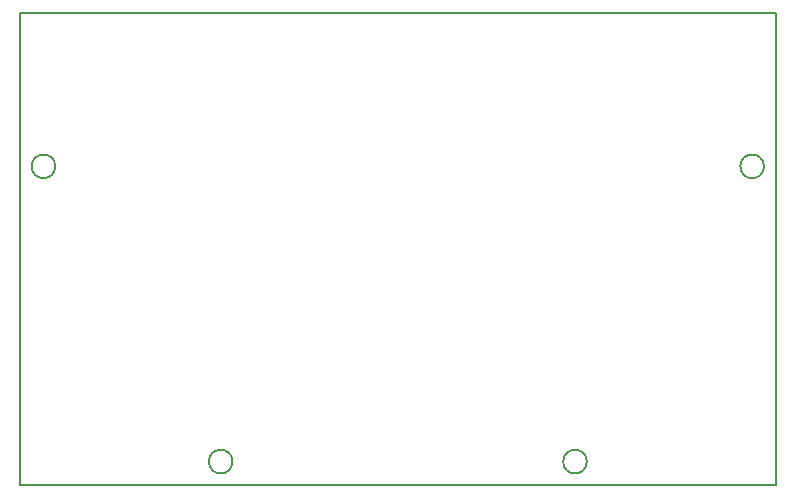
<source format=gbr>
%TF.GenerationSoftware,KiCad,Pcbnew,8.0.3*%
%TF.CreationDate,2024-07-02T20:09:31+01:00*%
%TF.ProjectId,Tims_I2C_Dual_Motor_Driver,54696d73-5f49-4324-935f-4475616c5f4d,rev?*%
%TF.SameCoordinates,Original*%
%TF.FileFunction,Profile,NP*%
%FSLAX46Y46*%
G04 Gerber Fmt 4.6, Leading zero omitted, Abs format (unit mm)*
G04 Created by KiCad (PCBNEW 8.0.3) date 2024-07-02 20:09:31*
%MOMM*%
%LPD*%
G01*
G04 APERTURE LIST*
%TA.AperFunction,Profile*%
%ADD10C,0.150000*%
%TD*%
G04 APERTURE END LIST*
D10*
X187677500Y-113540000D02*
X123677500Y-113540000D01*
X186677500Y-86540000D02*
G75*
G02*
X184677500Y-86540000I-1000000J0D01*
G01*
X184677500Y-86540000D02*
G75*
G02*
X186677500Y-86540000I1000000J0D01*
G01*
X123677500Y-113540000D02*
X123677500Y-73540000D01*
X123677500Y-73540000D02*
X187677500Y-73540000D01*
X187677500Y-73540000D02*
X187677500Y-113540000D01*
X141677500Y-111540000D02*
G75*
G02*
X139677500Y-111540000I-1000000J0D01*
G01*
X139677500Y-111540000D02*
G75*
G02*
X141677500Y-111540000I1000000J0D01*
G01*
X126677500Y-86540000D02*
G75*
G02*
X124677500Y-86540000I-1000000J0D01*
G01*
X124677500Y-86540000D02*
G75*
G02*
X126677500Y-86540000I1000000J0D01*
G01*
X171677500Y-111540000D02*
G75*
G02*
X169677500Y-111540000I-1000000J0D01*
G01*
X169677500Y-111540000D02*
G75*
G02*
X171677500Y-111540000I1000000J0D01*
G01*
M02*

</source>
